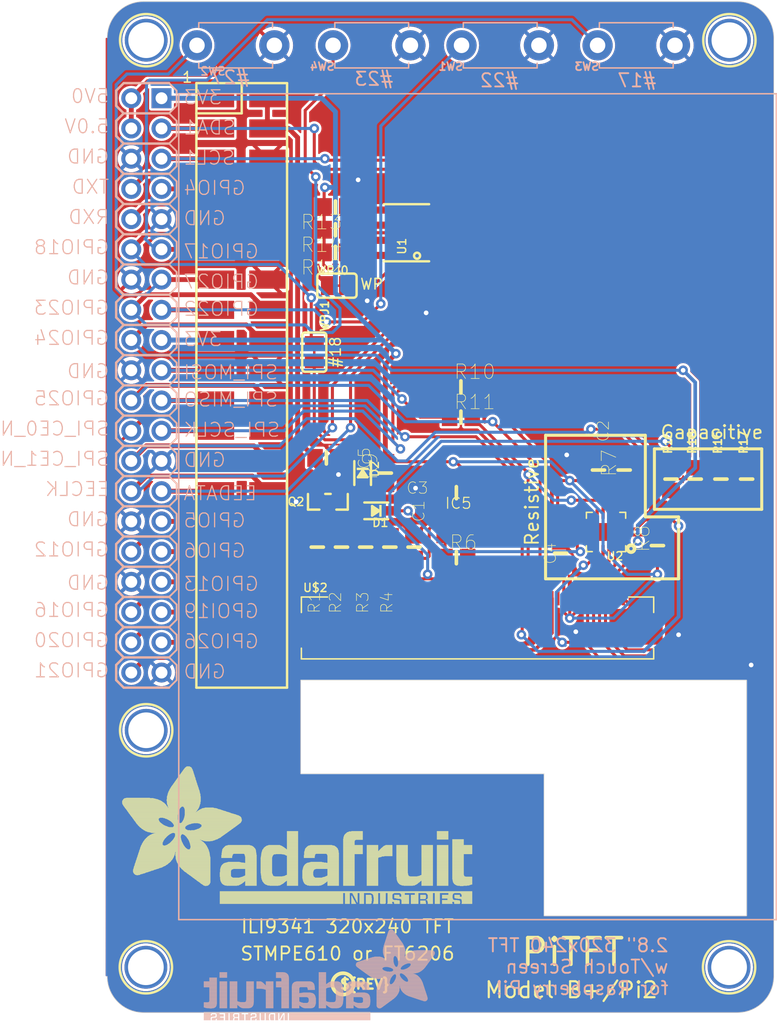
<source format=kicad_pcb>
(kicad_pcb (version 20221018) (generator pcbnew)
  (layers (0 "F.Cu" signal) (1 "In1.Cu" signal) (2 "In2.Cu" signal) (3 "In3.Cu" signal) (4 "In4.Cu" signal) (5 "In5.Cu" signal) (6 "In6.Cu" signal) (7 "In7.Cu" signal) (8 "In8.Cu" signal) (9 "In9.Cu" signal) (10 "In10.Cu" signal) (11 "In11.Cu" signal) (12 "In12.Cu" signal) (13 "In13.Cu" signal) (14 "In14.Cu" signal) (31 "B.Cu" signal) (34 "B.Paste" user) (35 "F.Paste" user) (36 "B.SilkS" user "B.Silkscreen") (37 "F.SilkS" user "F.Silkscreen") (38 "B.Mask" user) (39 "F.Mask" user) (44 "Edge.Cuts" user))
  (net 0 "")
  (net 1 "GND")
  (net 2 "N$16")
  (net 3 "+5V")
  (net 4 "MISO")
  (net 5 "N$9")
  (net 6 "N$1")
  (net 7 "N$2")
  (net 8 "N$3")
  (net 9 "N$4")
  (net 10 "N$10")
  (net 11 "MOSI_3V")
  (net 12 "TFT_DC_3V")
  (net 13 "SCLK_3V")
  (net 14 "TFT_CS_3V")
  (net 15 "TFT_RST")
  (net 16 "RT_CS_3V")
  (net 17 "RT_INT")
  (net 18 "GPIO4")
  (net 19 "GPIO17")
  (net 20 "SCLK")
  (net 21 "MOSI")
  (net 22 "GPIO23")
  (net 23 "GPIO22")
  (net 24 "GPIO21")
  (net 25 "GPIO18")
  (net 26 "EECLK")
  (net 27 "EEDATA")
  (net 28 "GPIO20")
  (net 29 "GPIO27")
  (net 30 "N$12")
  (net 31 "SDA")
  (net 32 "SCL")
  (net 33 "TXD")
  (net 34 "RXD")
  (net 35 "GPIO12")
  (net 36 "GPIO16")
  (net 37 "GPIO26")
  (net 38 "GPIO19")
  (net 39 "GPIO13")
  (net 40 "GPIO6")
  (net 41 "GPIO5")
  (net 42 "3.3V")
  (net 43 "N$5")
  (net 44 "N$6")
  (net 45 "YU_CTPRST")
  (net 46 "XL_CTPIRQ")
  (net 47 "YD_CTPSDA")
  (net 48 "XR_CTPSCL")
  (footprint "working:MOUNTINGHOLE_3.0_PLATEDTHIN" (layer "F.Cu") (at 172.7708 65.7733)
    (fp_text reference "U$15" hide)
    (fp_text value "MOUNTINGHOLE3.0THIN" hide)
  )
  (footprint "working:0805-NO" (layer "F.Cu") (at 138.1506 108.3691 -90)
    (fp_text reference "R1")
    (fp_text value "100")
  )
  (footprint "working:0805-NO" (layer "F.Cu") (at 139.6746 79.7941 180)
    (fp_text reference "R13")
    (fp_text value "3.9K")
  )
  (footprint "working:0805-NO" (layer "F.Cu") (at 169.9006 102.6541 90)
    (fp_text reference "R18")
    (fp_text value "0")
  )
  (footprint "working:SOD-323" (layer "F.Cu") (at 143.1036 105.3211 180)
    (fp_text reference "D1")
    (fp_text value "1N4148")
  )
  (footprint "working:0805-NO" (layer "F.Cu") (at 149.8346 109.2581)
    (fp_text reference "R6")
    (fp_text value "10K")
  )
  (footprint "working:SOT23" (layer "F.Cu") (at 149.9616 106.5911 -90)
    (fp_text reference "IC5")
    (fp_text value "APX803")
  )
  (footprint "working:PCBFEAT-REV-040" (layer "F.Cu") (at 140.3096 145.0721)
    (fp_text reference "U$12" hide)
    (fp_text value "" hide)
  )
  (footprint "working:0805-NO" (layer "F.Cu") (at 163.9316 101.8921 90)
    (fp_text reference "R7")
    (fp_text value "10K")
  )
  (footprint "working:0805-NO" (layer "F.Cu") (at 172.0596 102.6541 90)
    (fp_text reference "R16")
    (fp_text value "0")
  )
  (footprint "working:0805-NO" (layer "F.Cu") (at 167.8686 102.6541 90)
    (fp_text reference "R15")
    (fp_text value "0")
  )
  (footprint "working:MOUNTINGHOLE_3.0_PLATEDTHIN" (layer "F.Cu") (at 123.7742 65.7733)
    (fp_text reference "U$3" hide)
    (fp_text value "MOUNTINGHOLE3.0THIN" hide)
  )
  (footprint "working:0805-NO" (layer "F.Cu") (at 139.6746 83.6041 180)
    (fp_text reference "R12")
    (fp_text value "3.9K")
  )
  (footprint "working:FIDUCIAL_1MM" (layer "F.Cu") (at 172.0596 72.4281)
    (fp_text reference "U$18" hide)
    (fp_text value "FIDUCIAL\"\"" hide)
  )
  (footprint "working:0805-NO" (layer "F.Cu") (at 150.2156 97.4471)
    (fp_text reference "R11")
    (fp_text value "22")
  )
  (footprint "working:2X20_SMT_MALE" (layer "F.Cu") (at 131.8006 94.7801 -90)
    (fp_text reference "JP3" hide)
    (fp_text value "" hide)
  )
  (footprint "working:0805-NO" (layer "F.Cu") (at 139.6746 81.6991 180)
    (fp_text reference "R14")
    (fp_text value "3.9K")
  )
  (footprint "working:0805-NO" (layer "F.Cu") (at 140.1826 108.3691 -90)
    (fp_text reference "R2")
    (fp_text value "100")
  )
  (footprint "working:QFN16_3MM" (layer "F.Cu") (at 162.4076 107.0991 180)
    (fp_text reference "U2")
    (fp_text value "STMPE811")
  )
  (footprint "working:SOLDERJUMPER_CLOSEDWIRE" (layer "F.Cu") (at 137.8966 91.9861 -90)
    (fp_text reference "WPJ1")
    (fp_text value "")
  )
  (footprint "working:0805-NO" (layer "F.Cu") (at 149.8346 103.7971 180)
    (fp_text reference "C3")
    (fp_text value "0.1uF")
  )
  (footprint "working:0805-NO" (layer "F.Cu") (at 143.8656 102.1461 90)
    (fp_text reference "R9")
    (fp_text value "3.9K")
  )
  (footprint "working:MOUNTINGHOLE_3.0_PLATEDTHIN" (layer "F.Cu") (at 123.7488 143.6751)
    (fp_text reference "U$17" hide)
    (fp_text value "MOUNTINGHOLE3.0THIN" hide)
  )
  (footprint "working:SOIC8_150MIL" (layer "F.Cu") (at 145.6436 81.9531 90)
    (fp_text reference "U1")
    (fp_text value "CAT24C32")
  )
  (footprint "working:SOLDERJUMPER_CLOSEDWIRE" (layer "F.Cu") (at 139.8016 86.3981)
    (fp_text reference "WPJ0")
    (fp_text value "")
  )
  (footprint "working:0805-NO" (layer "F.Cu") (at 144.2466 108.3691 -90)
    (fp_text reference "R4")
    (fp_text value "100")
  )
  (footprint "working:0805-NO" (layer "F.Cu") (at 158.5976 108.8771 90)
    (fp_text reference "C4")
    (fp_text value "0.1uF")
  )
  (footprint "working:0805-NO" (layer "F.Cu") (at 166.7256 108.2421 90)
    (fp_text reference "R8")
    (fp_text value "DNP")
  )
  (footprint "working:SOD-323" (layer "F.Cu") (at 141.9606 102.1461 -90)
    (fp_text reference "D2")
    (fp_text value "1N4148")
  )
  (footprint "working:FIDUCIAL_1MM" (layer "F.Cu") (at 168.5036 144.1831 90)
    (fp_text reference "U$10" hide)
    (fp_text value "FIDUCIAL\"\"" hide)
  )
  (footprint "working:MOUNTINGHOLE_3.0_PLATEDTHIN" (layer "F.Cu") (at 123.7742 123.7615)
    (fp_text reference "U$40" hide)
    (fp_text value "MOUNTINGHOLE3.0THIN" hide)
  )
  (footprint "working:MOUNTINGHOLE_3.0_PLATEDTHIN" (layer "F.Cu") (at 172.7454 143.6751)
    (fp_text reference "U$16" hide)
    (fp_text value "MOUNTINGHOLE3.0THIN" hide)
  )
  (footprint "working:0805-NO" (layer "F.Cu") (at 142.2146 108.3691 -90)
    (fp_text reference "R3")
    (fp_text value "100")
  )
  (footprint "working:ADAFRUIT_TEXT_30MM" (layer "F.Cu") (at 121.5136 138.3411)
    (fp_text reference "U$42" hide)
    (fp_text value "" hide)
  )
  (footprint "working:0805-NO" (layer "F.Cu") (at 146.2786 108.3691 90)
    (fp_text reference "C1")
    (fp_text value "10uF")
  )
  (footprint "working:0805-NO" (layer "F.Cu") (at 174.2186 102.6541 90)
    (fp_text reference "R17")
    (fp_text value "0")
  )
  (footprint "working:0805-NO" (layer "F.Cu") (at 150.2156 94.9071)
    (fp_text reference "R10")
    (fp_text value "22")
  )
  (footprint "working:0805-NO" (layer "F.Cu") (at 161.7726 101.8921 90)
    (fp_text reference "C2")
    (fp_text value "0.1uF")
  )
  (footprint "working:0805-NO" (layer "F.Cu") (at 138.9126 100.8761)
    (fp_text reference "C5")
    (fp_text value "10uF")
  )
  (footprint "working:SOT23-WIDE" (layer "F.Cu") (at 139.0396 104.5591 180)
    (fp_text reference "Q2")
    (fp_text value "BSS138")
  )
  (footprint "working:FIDUCIAL_1MM" (layer "F.Cu") (at 131.9276 128.4351 180)
    (fp_text reference "U$11" hide)
    (fp_text value "FIDUCIAL\"\"" hide)
  )
  (footprint "working:TACT_PANA-EVQ" (layer "B.Cu") (at 131.2926 66.2051)
    (fp_text reference "SW2")
    (fp_text value "")
  )
  (footprint "working:TACT_PANA-EVQ" (layer "B.Cu") (at 142.7226 66.2051)
    (fp_text reference "SW4")
    (fp_text value "")
  )
  (footprint "working:TACT_PANA-EVQ" (layer "B.Cu") (at 164.9476 66.2051)
    (fp_text reference "SW3")
    (fp_text value "")
  )
  (footprint "working:ADAFRUIT_TEXT_20MM" (layer "B.Cu") (at 148.1836 148.1201 180)
    (fp_text reference "U$23" hide)
    (fp_text value "" hide)
  )
  (footprint "working:TFT_2.83IN_240X320_50PIN" (layer "B.Cu") (at 151.6126 102.2731 180)
    (fp_text reference "U$2")
    (fp_text value "DISP_LCD_240X320_50PIN_2.8IN")
  )
  (footprint "working:TACT_PANA-EVQ" (layer "B.Cu") (at 153.5176 66.2051)
    (fp_text reference "SW1")
    (fp_text value "")
  )
  (footprint "working:RASPBERRYPI_BPLUS_SHIELD_NODIM" (layer "B.Cu") (at 176.3776 147.4851 180)
    (fp_text reference "RPI1" hide)
    (fp_text value "RASPBERRYPI_BPLUS_SHIELD_NODIM" hide)
  )
  (gr_line (start 168.5036 105.8291) (end 165.7096 105.8291) (stroke (width 0.254)) (layer "F.SilkS"))
  (gr_line (start 165.7096 105.8291) (end 165.7096 98.9711) (stroke (width 0.254)) (layer "F.SilkS"))
  (gr_line (start 165.7096 98.9711) (end 157.3276 98.9711) (stroke (width 0.254)) (layer "F.SilkS"))
  (gr_line (start 168.5036 111.0361) (end 168.5036 105.8291) (stroke (width 0.254)) (layer "F.SilkS"))
  (gr_line (start 166.4716 105.1941) (end 175.4886 105.1941) (stroke (width 0.254)) (layer "F.SilkS"))
  (gr_line (start 166.4716 100.1141) (end 166.4716 105.1941) (stroke (width 0.254)) (layer "F.SilkS"))
  (gr_line (start 175.4886 105.1941) (end 175.4886 100.1141) (stroke (width 0.254)) (layer "F.SilkS"))
  (gr_line (start 175.4886 100.1141) (end 166.4716 100.1141) (stroke (width 0.254)) (layer "F.SilkS"))
  (gr_line (start 157.3276 111.0361) (end 168.5036 111.0361) (stroke (width 0.254)) (layer "F.SilkS"))
  (gr_line (start 157.3276 98.9711) (end 157.3276 111.0361) (stroke (width 0.254)) (layer "F.SilkS"))
  (gr_line (start 157.2006 139.3571) (end 174.2186 139.3571) (stroke (width 0.05)) (layer "Edge.Cuts"))
  (gr_line (start 173.4566 62.5221) (end 123.5456 62.5221) (stroke (width 0.05)) (layer "Edge.Cuts"))
  (gr_line (start 136.7536 127.4191) (end 157.2006 127.4191) (stroke (width 0.05)) (layer "Edge.Cuts"))
  (gr_arc (start 120.4976 65.5701) (mid 121.390339 63.414839) (end 123.5456 62.5221) (stroke (width 0.05)) (layer "Edge.Cuts"))
  (gr_line (start 174.2186 119.5451) (end 136.7536 119.5451) (stroke (width 0.05)) (layer "Edge.Cuts"))
  (gr_arc (start 176.5046 144.4371) (mid 175.611861 146.592361) (end 173.4566 147.4851) (stroke (width 0.05)) (layer "Edge.Cuts"))
  (gr_line (start 136.7536 119.5451) (end 136.7536 127.4191) (stroke (width 0.05)) (layer "Edge.Cuts"))
  (gr_arc (start 173.4566 62.5221) (mid 175.611861 63.414839) (end 176.5046 65.5701) (stroke (width 0.05)) (layer "Edge.Cuts"))
  (gr_arc (start 123.5456 147.4851) (mid 121.390339 146.592361) (end 120.4976 144.4371) (stroke (width 0.05)) (layer "Edge.Cuts"))
  (gr_line (start 157.2006 127.4191) (end 157.2006 139.3571) (stroke (width 0.05)) (layer "Edge.Cuts"))
  (gr_line (start 176.5046 144.4371) (end 176.5046 65.5701) (stroke (width 0.05)) (layer "Edge.Cuts"))
  (gr_line (start 174.2186 139.3571) (end 174.2186 119.5451) (stroke (width 0.05)) (layer "Edge.Cuts"))
  (gr_line (start 123.5456 147.4851) (end 173.4566 147.4851) (stroke (width 0.05)) (layer "Edge.Cuts"))
  (gr_text "#17" (at 164.9984 69.1515) (layer "B.SilkS") (effects (font (size 1.1176 1.1176) (thickness 0.1524)) (justify mirror)))
  (gr_text "2.8\" 320x240 TFT\nw/Touch Screen\nfor Raspberry Pi!" (at 167.7416 146.0881) (layer "B.SilkS") (effects (font (size 1.1176 1.1176) (thickness 0.1524)) (justify left bottom mirror)))
  (gr_text "#22" (at 153.4414 69.1515) (layer "B.SilkS") (effects (font (size 1.1176 1.1176) (thickness 0.1524)) (justify mirror)))
  (gr_text "#23" (at 142.9004 69.0245) (layer "B.SilkS") (effects (font (size 1.1176 1.1176) (thickness 0.1524)) (justify mirror)))
  (gr_text "#27" (at 130.8354 68.8975) (layer "B.SilkS") (effects (font (size 1.1176 1.1176) (thickness 0.1524)) (justify mirror)))
  (gr_text "PiTFT" (at 159.6136 142.4051) (layer "F.SilkS") (effects (font (size 2.2352 2.2352) (thickness 0.3048))))
  (gr_text "1" (at 127.7366 68.3641) (layer "F.SilkS") (effects (font (size 0.89408 0.89408) (thickness 0.12192)) (justify right top)))
  (gr_text "Capacitive" (at 171.2976 98.7171) (layer "F.SilkS") (effects (font (size 1.1176 1.1176) (thickness 0.1524))))
  (gr_text "#18" (at 139.6746 91.9861 90) (layer "F.SilkS") (effects (font (size 0.89408 0.89408) (thickness 0.12192))))
  (gr_text "ILI9341 320x240 TFT" (at 140.6906 140.2461) (layer "F.SilkS") (effects (font (size 1.1176 1.1176) (thickness 0.1524))))
  (gr_text "STMPE610 or FT6206" (at 140.6906 142.5321) (layer "F.SilkS") (effects (font (size 1.1176 1.1176) (thickness 0.1524))))
  (gr_text "WP" (at 142.7226 86.2711) (layer "F.SilkS") (effects (font (size 0.89408 0.89408) (thickness 0.12192))))
  (gr_text "Resistive" (at 156.1846 104.5591 90) (layer "F.SilkS") (effects (font (size 1.1176 1.1176) (thickness 0.1524))))
  (gr_text "Model B+/Pi2" (at 159.4866 145.5801) (layer "F.SilkS") (effects (font (size 1.34112 1.34112) (thickness 0.18288))))
  (segment (start 157.8356 106.2101) (end 158.4706 106.8451) (width 0.254) (layer "F.Cu") (net 1))
  (segment (start 157.8356 102.0191) (end 157.8356 106.2101) (width 0.254) (layer "F.Cu") (net 1))
  (segment (start 158.9126 100.9421) (end 157.8356 102.0191) (width 0.254) (layer "F.Cu") (net 1))
  (segment (start 158.4706 106.8451) (end 160.9036 106.8451) (width 0.254) (layer "F.Cu") (net 1))
  (segment (start 160.9036 106.8451) (end 160.9076 106.8491) (width 0.254) (layer "F.Cu") (net 1))
  (segment (start 158.4706 107.9271) (end 158.4706 106.8451) (width 0.254) (layer "F.Cu") (net 1))
  (segment (start 158.5976 107.9271) (end 158.4706 107.9271) (width 0.254) (layer "F.Cu") (net 1))
  (segment (start 161.7726 100.9421) (end 158.9126 100.9421) (width 0.254) (layer "F.Cu") (net 1))
  (segment (start 148.2436 84.3061) (end 148.2436 83.8581) (width 0.254) (layer "F.Cu") (net 1))
  (via (at 142.3416 87.6681) (size 0.8001) (drill 0.3937) (layers "F.Cu" "B.Cu") (net 1))
  (via (at 147.2946 88.6841) (size 0.8001) (drill 0.3937) (layers "F.Cu" "B.Cu") (net 1))
  (via (at 136.3726 104.5591) (size 0.8001) (drill 0.3937) (layers "F.Cu" "B.Cu") (net 1))
  (via (at 174.5996 118.2751) (size 0.8001) (drill 0.3937) (layers "F.Cu" "B.Cu") (net 1))
  (via (at 159.1056 100.6221) (size 0.8001) (drill 0.3937) (layers "F.Cu" "B.Cu") (net 1))
  (via (at 141.5796 77.5081) (size 0.8001) (drill 0.3937) (layers "F.Cu" "B.Cu") (net 1))
  (via (at 168.5036 115.7351) (size 0.8001) (drill 0.3937) (layers "F.Cu" "B.Cu") (net 1))
  (via (at 146.4056 103.4161) (size 0.8001) (drill 0.3937) (layers "F.Cu" "B.Cu") (net 1))
  (via (at 139.9286 102.2731) (size 0.8001) (drill 0.3937) (layers "F.Cu" "B.Cu") (net 1))
  (via (at 159.8676 115.4811) (size 0.8001) (drill 0.3937) (layers "F.Cu" "B.Cu") (net 1))
  (segment (start 147.2946 88.6841) (end 147.2946 88.8111) (width 0.3048) (layer "B.Cu") (net 1))
  (segment (start 147.2946 88.8111) (end 147.3581 88.8746) (width 0.3048) (layer "B.Cu") (net 1))
  (segment (start 147.0406 88.5571) (end 147.2946 88.8111) (width 0.3048) (layer "B.Cu") (net 1))
  (segment (start 139.9896 103.5591) (end 140.1326 103.4161) (width 0.254) (layer "F.Cu") (net 2))
  (segment (start 143.8656 103.0961) (end 142.0266 104.9351) (width 0.254) (layer "F.Cu") (net 2))
  (segment (start 141.9606 105.3211) (end 141.9606 103.4161) (width 0.254) (layer "F.Cu") (net 2))
  (segment (start 141.8336 104.9351) (end 141.8336 105.3211) (width 0.254) (layer "F.Cu") (net 2))
  (segment (start 140.1326 103.4161) (end 141.9606 103.4161) (width 0.254) (layer "F.Cu") (net 2))
  (segment (start 142.0266 104.9351) (end 141.8336 104.9351) (width 0.254) (layer "F.Cu") (net 2))
  (segment (start 141.8336 105.3211) (end 141.9606 105.3211) (width 0.254) (layer "F.Cu") (net 2))
  (segment (start 140.1826 107.4191) (end 142.2146 107.4191) (width 0.254) (layer "F.Cu") (net 3))
  (segment (start 136.4996 73.9521) (end 136.4996 99.4131) (width 0.4064) (layer "F.Cu") (net 3))
  (segment (start 142.2146 107.4191) (end 144.2466 107.4191) (width 0.254) (layer "F.Cu") (net 3))
  (segment (start 135.7376 73.1901) (end 136.4996 73.9521) (width 0.4064) (layer "F.Cu") (net 3))
  (segment (start 140.4366 107.1651) (end 140.1826 107.4191) (width 0.254) (layer "F.Cu") (net 3))
  (segment (start 137.9626 101.5771) (end 139.0396 102.6541) (width 0.254) (layer "F.Cu") (net 3))
  (segment (start 132.1816 69.2531) (end 133.5786 70.6501) (width 0.4064) (layer "F.Cu") (net 3))
  (segment (start 133.9596 73.1901) (end 135.7376 73.1901) (width 0.4064) (layer "F.Cu") (net 3))
  (segment (start 123.9196 69.2531) (end 132.1816 69.2531) (width 0.4064) (layer "F.Cu") (net 3))
  (segment (start 139.0396 104.3051) (end 139.2936 104.5591) (width 0.254) (layer "F.Cu") (net 3))
  (segment (start 139.2936 104.5591) (end 140.1826 104.5591) (width 0.254) (layer "F.Cu") (net 3))
  (segment (start 138.1506 107.4191) (end 140.1826 107.4191) (width 0.254) (layer "F.Cu") (net 3))
  (segment (start 139.0396 102.6541) (end 139.0396 104.3051) (width 0.254) (layer "F.Cu") (net 3))
  (segment (start 122.5226 70.6501) (end 122.5226 73.1901) (width 0.4064) (layer "F.Cu") (net 3))
  (segment (start 136.4996 99.4131) (end 137.9626 100.8761) (width 0.4064) (layer "F.Cu") (net 3))
  (segment (start 133.5786 70.6501) (end 133.9596 70.6501) (width 0.4064) (layer "F.Cu") (net 3))
  (segment (start 122.5226 70.6501) (end 123.9196 69.2531) (width 0.4064) (layer "F.Cu") (net 3))
  (segment (start 140.4366 104.8131) (end 140.4366 107.1651) (width 0.254) (layer "F.Cu") (net 3))
  (segment (start 133.9596 70.6501) (end 133.9596 73.1901) (width 0.4064) (layer "F.Cu") (net 3))
  (segment (start 137.9626 100.8761) (end 137.9626 101.5771) (width 0.254) (layer "F.Cu") (net 3))
  (segment (start 140.1826 104.5591) (end 140.4366 104.8131) (width 0.254) (layer "F.Cu") (net 3))
  (segment (start 125.0626 96.0501) (end 129.6416 96.0501) (width 0.4064) (layer "F.Cu") (net 4))
  (segment (start 151.4856 99.0981) (end 145.5166 99.0981) (width 0.254) (layer "F.Cu") (net 4))
  (segment (start 164.9436 106.8491) (end 165.7096 106.0831) (width 0.254) (layer "F.Cu") (net 4))
  (segment (start 155.3626 112.6631) (end 155.3626 102.9751) (width 0.254) (layer "F.Cu") (net 4))
  (segment (start 167.9956 106.0831) (end 168.5036 106.5911) (width 0.254) (layer "F.Cu") (net 4))
  (segment (start 155.3626 102.9751) (end 151.4856 99.0981) (width 0.254) (layer "F.Cu") (net 4))
  (segment (start 163.9076 106.8491) (end 164.9436 106.8491) (width 0.254) (layer "F.Cu") (net 4))
  (segment (start 155.3626 115.6681) (end 155.3626 112.6631) (width 0.254) (layer "F.Cu") (net 4))
  (segment (start 155.2956 115.7351) (end 155.3626 115.6681) (width 0.254) (layer "F.Cu") (net 4))
  (segment (start 165.7096 106.0831) (end 167.9956 106.0831) (width 0.254) (layer "F.Cu") (net 4))
  (via (at 168.5036 106.5911) (size 0.8001) (drill 0.3937) (layers "F.Cu" "B.Cu") (net 4))
  (via (at 155.2956 115.7351) (size 0.8001) (drill 0.3937) (layers "F.Cu" "B.Cu") (net 4))
  (via (at 145.5166 99.0981) (size 0.8001) (drill 0.3937) (layers "F.Cu" "B.Cu") (net 4))
  (segment (start 145.3896 99.0981) (end 145.5166 99.0981) (width 0.254) (layer "B.Cu") (net 4))
  (segment (start 156.6926 117.1321) (end 155.2956 115.7351) (width 0.254) (layer "B.Cu") (net 4))
  (segment (start 168.5036 114.2111) (end 168.5036 106.5911) (width 0.3048) (layer "B.Cu") (net 4))
  (segment (start 165.5826 117.1321) (end 156.6926 117.1321) (width 0.254) (layer "B.Cu") (net 4))
  (segment (start 142.3416 96.0501) (end 145.3896 99.0981) (width 0.254) (layer "B.Cu") (net 4))
  (segment (start 165.5826 117.1321) (end 168.5036 114.2111) (width 0.3048) (layer "B.Cu") (net 4))
  (segment (start 142.3416 96.0501) (end 125.0626 96.0501) (width 0.254) (layer "B.Cu") (net 4))
  (segment (start 150.3626 114.2111) (end 150.8626 114.2111) (width 0.254) (layer "F.Cu") (net 5))
  (segment (start 154.3626 112.6631) (end 154.3626 114.2111) (width 0.254) (layer "F.Cu") (net 5))
  (segment (start 152.8626 112.6631) (end 152.8626 114.2111) (width 0.254) (layer "F.Cu") (net 5))
  (segment (start 151.8626 112.6631) (end 151.8626 114.2111) (width 0.254) (layer "F.Cu") (net 5))
  (segment (start 154.8626 112.6631) (end 154.8626 114.2111) (width 0.254) (layer "F.Cu") (net 5))
  (segment (start 146.3626 114.2111) (end 146.8626 114.2111) (width 0.254) (layer "F.Cu") (net 5))
  (segment (start 150.8626 114.2111) (end 151.3626 114.2111) (width 0.254) (layer "F.Cu") (net 5))
  (segment (start 148.8626 112.6631) (end 148.8626 114.2111) (width 0.254) (layer "F.Cu") (net 5))
  (segment (start 153.8626 114.2111) (end 154.3626 114.2111) (width 0.254) (layer "F.Cu") (net 5))
  (segment (start 152.8626 114.2111) (end 153.3626 114.2111) (width 0.254) (layer "F.Cu") (net 5))
  (segment (start 153.8626 112.6631) (end 153.8626 114.2111) (width 0.254) (layer "F.Cu") (net 5))
  (segment (start 154.3626 114.2111) (end 154.8626 114.2111) (width 0.254) (layer "F.Cu") (net 5))
  (segment (start 152.3626 114.2111) (end 152.8626 114.2111) (width 0.254) (layer "F.Cu") (net 5))
  (segment (start 146.8626 114.2111) (end 147.3626 114.2111) (width 0.254) (layer "F.Cu") (net 5))
  (segment (start 149.8626 112.6631) (end 149.8626 114.2111) (width 0.254) (layer "F.Cu") (net 5))
  (segment (start 149.3626 114.2111) (end 149.8626 114.2111) (width 0.254) (layer "F.Cu") (net 5))
  (segment (start 148.8626 114.2111) (end 149.3626 114.2111) (width 0.254) (layer "F.Cu") (net 5))
  (segment (start 150.3626 112.6631) (end 150.3626 114.2111) (width 0.254) (layer "F.Cu") (net 5))
  (segment (start 146.8626 112.6631) (end 146.8626 114.2111) (width 0.254) (layer "F.Cu") (net 5))
  (segment (start 147.3626 112.6631) (end 147.3626 114.2111) (width 0.254) (layer "F.Cu") (net 5))
  (segment (start 147.8626 114.2111) (end 148.3626 114.2111) (width 0.254) (layer "F.Cu") (net 5))
  (segment (start 146.3626 112.6631) (end 146.3626 114.2111) (width 0.254) (layer "F.Cu") (net 5))
  (segment (start 149.3626 112.6631) (end 149.3626 114.2111) (width 0.254) (layer "F.Cu") (net 5))
  (segment (start 151.3626 112.6631) (end 151.3626 114.2111) (width 0.254) (layer "F.Cu") (net 5))
  (segment (start 149.8626 114.2111) (end 150.3626 114.2111) (width 0.254) (layer "F.Cu") (net 5))
  (segment (start 152.3626 112.6631) (end 152.3626 114.2111) (width 0.254) (layer "F.Cu") (net 5))
  (segment (start 148.3626 112.6631) (end 148.3626 114.2111) (width 0.254) (layer "F.Cu") (net 5))
  (segment (start 151.8626 114.2111) (end 151.3626 114.2111) (width 0.254) (layer "F.Cu") (net 5))
  (segment (start 150.8626 112.6631) (end 150.8626 114.2111) (width 0.254) (layer "F.Cu") (net 5))
  (segment (start 153.3626 112.6631) (end 153.3626 114.2111) (width 0.254) (layer "F.Cu") (net 5))
  (segment (start 151.8626 114.2111) (end 152.3626 114.2111) (width 0.254) (layer "F.Cu") (net 5))
  (segment (start 148.3626 114.2111) (end 148.8626 114.2111) (width 0.254) (layer "F.Cu") (net 5))
  (segment (start 147.8626 112.6631) (end 147.8626 114.2111) (width 0.254) (layer "F.Cu") (net 5))
  (segment (start 153.3626 114.2111) (end 153.8626 114.2111) (width 0.254) (layer "F.Cu") (net 5))
  (segment (start 147.3626 114.2111) (end 147.8626 114.2111) (width 0.254) (layer "F.Cu") (net 5))
  (segment (start 138.1506 112.1791) (end 139.2416 112.1791) (width 0.254) (layer "F.Cu") (net 6))
  (segment (start 139.2416 112.1791) (end 139.3626 112.6631) (width 0.254) (layer "F.Cu") (net 6))
  (segment (start 139.0396 105.5591) (end 138.9921 105.5116) (width 0.254) (layer "F.Cu") (net 6))
  (segment (start 136.6266 110.6551) (end 138.1506 112.1791) (width 0.254) (layer "F.Cu") (net 6))
  (segment (start 137.5791 105.5116) (end 136.6266 106.4641) (width 0.254) (layer "F.Cu") (net 6))
  (segment (start 136.6266 106.4641) (end 136.6266 110.6551) (width 0.254) (layer "F.Cu") (net 6))
  (segment (start 138.9921 105.5116) (end 137.5791 105.5116) (width 0.254) (layer "F.Cu") (net 6))
  (segment (start 138.9126 111.0361) (end 138.1506 110.2741) (width 0.254) (layer "F.Cu") (net 7))
  (segment (start 139.8626 111.3511) (end 139.5476 111.0361) (width 0.254) (layer "F.Cu") (net 7))
  (segment (start 138.1506 110.2741) (end 138.1506 109.3191) (width 0.254) (layer "F.Cu") (net 7))
  (segment (start 139.5476 111.0361) (end 138.9126 111.0361) (width 0.254) (layer "F.Cu") (net 7))
  (segment (start 139.8626 112.6631) (end 139.8626 111.3511) (width 0.254) (layer "F.Cu") (net 7))
  (segment (start 140.3626 112.6631) (end 140.3626 109.4991) (width 0.254) (layer "F.Cu") (net 8))
  (segment (start 140.3626 109.4991) (end 140.1826 109.3191) (width 0.254) (layer "F.Cu") (net 8))
  (segment (start 140.8626 112.6631) (end 140.8626 110.8641) (width 0.254) (layer "F.Cu") (net 9))
  (segment (start 140.8626 110.8641) (end 142.2146 109.5121) (width 0.254) (layer "F.Cu") (net 9))
  (segment (start 142.2146 109.5121) (end 142.2146 109.3191) (width 0.254) (layer "F.Cu") (net 9))
  (segment (start 144.2466 109.3851) (end 144.2466 109.3191) (width 0.254) (layer "F.Cu") (net 10))
  (segment (start 141.3626 112.6631) (end 141.3626 111.2531) (width 0.254) (layer "F.Cu") (net 10))
  (segment (start 141.9606 110.6551) (end 142.9766 110.6551) (width 0.254) (layer "F.Cu") (net 10))
  (segment (start 141.3626 111.2531) (end 141.9606 110.6551) (width 0.254) (layer "F.Cu") (net 10))
  (segment (start 142.9766 110.6551) (end 144.2466 109.3851) (width 0.254) (layer "F.Cu") (net 10))
  (segment (start 149.2656 97.4471) (end 146.7866 97.4471) (width 0.254) (layer "F.Cu") (net 11))
  (segment (start 125.0626 93.5101) (end 129.6416 93.5101) (width 0.4064) (layer "F.Cu") (net 11))
  (segment (start 146.7866 97.4471) (end 145.2626 95.9231) (width 0.254) (layer "F.Cu") (net 11))
  (via (at 145.2626 95.9231) (size 0.8001) (drill 0.3937) (layers "F.Cu" "B.Cu") (net 11))
  (segment (start 145.2626 95.9231) (end 142.8496 93.5101) (width 0.254) (layer "B.Cu") (net 11))
  (segment (start 142.8496 93.5101) (end 125.0626 93.5101) (width 0.254) (layer "B.Cu") (net 11))
  (segment (start 122.5226 96.0501) (end 123.7926 94.7801) (width 0.4064) (layer "F.Cu") (net 12))
  (segment (start 156.8626 112.6631) (end 156.8626 101.8081) (width 0.254) (layer "F.Cu") (net 12))
  (segment (start 156.8626 101.8081) (end 152.8826 97.8281) (width 0.254) (layer "F.Cu") (net 12))
  (segment (start 133.9596 95.9231) (end 133.9596 96.0501) (width 0.4064) (layer "F.Cu") (net 12))
  (segment (start 123.7926 94.7801) (end 132.8166 94.7801) (width 0.4064) (layer "F.Cu") (net 12))
  (segment (start 132.8166 94.7801) (end 133.9596 95.9231) (width 0.4064) (layer "F.Cu") (net 12))
  (via (at 152.8826 97.8281) (size 0.8001) (drill 0.3937) (layers "F.Cu" "B.Cu") (net 12))
  (segment (start 142.4686 94.7801) (end 123.9266 94.7801) (width 0.254) (layer "B.Cu") (net 12))
  (segment (start 145.5166 97.8281) (end 142.4686 94.7801) (width 0.254) (layer "B.Cu") (net 12))
  (segment (start 122.6566 96.0501) (end 122.5226 96.0501) (width 0.254) (layer "B.Cu") (net 12))
  (segment (start 123.9266 94.7801) (end 122.6566 96.0501) (width 0.254) (layer "B.Cu") (net 12))
  (segment (start 152.8826 97.8281) (end 145.5166 97.8281) (width 0.254) (layer "B.Cu") (net 12))
  (segment (start 149.1386 94.7801) (end 149.2656 94.9071) (width 0.254) (layer "F.Cu") (net 13))
  (segment (start 144.5006 99.4791) (end 144.5006 95.0341) (width 0.254) (layer "F.Cu") (net 13))
  (segment (start 129.6416 98.5901) (end 125.0626 98.5901) (width 0.4064) (layer "F.Cu") (net 13))
  (segment (start 144.5006 95.0341) (end 144.7546 94.7801) (width 0.254) (layer "F.Cu") (net 13))
  (segment (start 145.1356 100.1141) (end 144.5006 99.4791) (width 0.254) (layer "F.Cu") (net 13))
  (segment (start 144.7546 94.7801) (end 149.1386 94.7801) (width 0.254) (layer "F.Cu") (net 13))
  (via (at 145.1356 100.1141) (size 0.8001) (drill 0.3937) (layers "F.Cu" "B.Cu") (net 13))
  (segment (start 141.9606 96.9391) (end 145.1356 100.1141) (width 0.254) (layer "B.Cu") (net 13))
  (segment (start 137.0076 96.9391) (end 135.3566 98.5901) (width 0.254) (layer "B.Cu") (net 13))
  (segment (start 141.9606 96.9391) (end 137.0076 96.9391) (width 0.254) (layer "B.Cu") (net 13))
  (segment (start 135.3566 98.5901) (end 125.0626 98.5901) (width 0.254) (layer "B.Cu") (net 13))
  (segment (start 137.0076 117.0051) (end 136.2456 117.7671) (width 0.3048) (layer "F.Cu") (net 14))
  (segment (start 121.1326 99.9801) (end 122.5226 98.5901) (width 0.254) (layer "F.Cu") (net 14))
  (segment (start 157.8626 112.6631) (end 157.8626 115.5811) (width 0.3048) (layer "F.Cu") (net 14))
  (segment (start 121.1326 119.6721) (end 121.1326 99.9801) (width 0.254) (layer "F.Cu") (net 14))
  (segment (start 135.3566 120.6881) (end 122.1486 120.6881) (width 0.254) (layer "F.Cu") (net 14))
  (segment (start 122.5226 98.5901) (end 123.7926 97.3201) (width 0.4064) (layer "F.Cu") (net 14))
  (segment (start 136.2456 119.7991) (end 135.3566 120.6881) (width 0.3048) (layer "F.Cu") (net 14))
  (segment (start 123.7926 97.3201) (end 132.6896 97.3201) (width 0.4064) (layer "F.Cu") (net 14))
  (segment (start 136.2456 117.7671) (end 136.2456 119.7991) (width 0.3048) (layer "F.Cu") (net 14))
  (segment (start 132.6896 97.3201) (end 133.9596 98.5901) (width 0.4064) (layer "F.Cu") (net 14))
  (segment (start 157.8626 115.5811) (end 156.4386 117.0051) (width 0.3048) (layer "F.Cu") (net 14))
  (segment (start 156.4386 117.0051) (end 137.0076 117.0051) (width 0.3048) (layer "F.Cu") (net 14))
  (segment (start 122.1486 120.6881) (end 121.1326 119.6721) (width 0.254) (layer "F.Cu") (net 14))
  (segment (start 148.8186 110.4011) (end 148.8186 109.3241) (width 0.254) (layer "F.Cu") (net 15))
  (segment (start 144.2466 111.0361) (end 147.4216 111.0361) (width 0.254) (layer "F.Cu") (net 15))
  (segment (start 148.1836 111.0361) (end 148.8186 110.4011) (width 0.254) (layer "F.Cu") (net 15))
  (segment (start 143.8626 111.4201) (end 144.2466 111.0361) (width 0.254) (layer "F.Cu") (net 15))
  (segment (start 147.4216 111.0361) (end 148.1836 111.0361) (width 0.254) (layer "F.Cu") (net 15))
  (segment (start 143.8626 112.6631) (end 143.8626 111.4201) (width 0.254) (layer "F.Cu") (net 15))
  (segment (start 148.8616 107.5411) (end 148.8846 107.5641) (width 0.254) (layer "F.Cu") (net 15))
  (segment (start 147.4216 111.0361) (end 147.4216 110.6551) (width 0.254) (layer "F.Cu") (net 15))
  (segment (start 148.8846 107.5641) (end 148.8846 109.2581) (width 0.254) (layer "F.Cu") (net 15))
  (segment (start 148.8186 109.3241) (end 148.8846 109.2581) (width 0.254) (layer "F.Cu") (net 15))
  (segment (start 167.3606 99.4791) (end 167.8686 99.9871) (width 0.254) (layer "F.Cu") (net 15))
  (segment (start 167.8686 99.9871) (end 167.8686 101.7041) (width 0.254) (layer "F.Cu") (net 15))
  (via (at 147.4216 110.6551) (size 0.8001) (drill 0.3937) (layers "F.Cu" "B.Cu") (net 15))
  (via (at 167.3606 99.4791) (size 0.8001) (drill 0.3937) (layers "F.Cu" "B.Cu") (net 15))
  (segment (start 147.4216 109.0041) (end 147.4216 110.6551) (width 0.254) (layer "B.Cu") (net 15))
  (segment (start 144.2466 103.7971) (end 144.2466 105.8291) (width 0.254) (layer "B.Cu") (net 15))
  (segment (start 144.2466 105.8291) (end 147.4216 109.0041) (width 0.254) (layer "B.Cu") (net 15))
  (segment (start 148.5646 99.4791) (end 167.3606 99.4791) (width 0.254) (layer "B.Cu") (net 15))
  (segment (start 148.5646 99.4791) (end 144.2466 103.7971) (width 0.254) (layer "B.Cu") (net 15))
  (segment (start 164.3786 102.8421) (end 163.9316 102.8421) (width 0.254) (layer "F.Cu") (net 16))
  (segment (start 123.7926 99.8601) (end 132.8166 99.8601) (width 0.4064) (layer "F.Cu") (net 16))
  (segment (start 163.1576 103.6161) (end 163.9316 102.8421) (width 0.254) (layer "F.Cu") (net 16))
  (segment (start 133.9596 101.0031) (end 133.9596 101.1301) (width 0.4064) (layer "F.Cu") (net 16))
  (segment (start 165.0746 99.9871) (end 165.0746 102.1461) (width 0.254) (layer "F.Cu") (net 16))
  (segment (start 165.0746 102.1461) (end 164.3786 102.8421) (width 0.254) (layer "F.Cu") (net 16))
  (segment (start 132.8166 99.8601) (end 133.9596 101.0031) (width 0.4064) (layer "F.Cu") (net 16))
  (segment (start 163.1576 105.5991) (end 163.1576 103.6161) (width 0.254) (layer "F.Cu") (net 16))
  (segment (start 163.5506 98.4631) (end 165.0746 99.9871) (width 0.254) (layer "F.Cu") (net 16))
  (segment (start 122.5226 101.1301) (end 123.7926 99.8601) (width 0.4064) (layer "F.Cu") (net 16))
  (segment (start 161.1376 98.4631) (end 163.5506 98.4631) (width 0.254) (layer "F.Cu") (net 16))
  (via (at 161.1376 98.4631) (size 0.8001) (drill 0.3937) (layers "F.Cu" "B.Cu") (net 16))
  (segment (start 160.8836 98.7171) (end 161.1376 98.4631) (width 0.254) (layer "B.Cu") (net 16))
  (segment (start 137.2616 97.5741) (end 141.3256 97.5741) (width 0.254) (layer "B.Cu") (net 16))
  (segment (start 141.3256 97.5741) (end 144.8816 101.1301) (width 0.254) (layer "B.Cu") (net 16))
  (segment (start 148.0566 98.7171) (end 160.8836 98.7171) (width 0.254) (layer "B.Cu") (net 16))
  (segment (start 134.9756 99.8601) (end 137.2616 97.5741) (width 0.254) (layer "B.Cu") (net 16))
  (segment (start 145.6436 101.1301) (end 148.0566 98.7171) (width 0.254) (layer "B.Cu") (net 16))
  (segment (start 144.8816 101.1301) (end 145.6436 101.1301) (width 0.254) (layer "B.Cu") (net 16))
  (segment (start 123.7926 99.8601) (end 134.9756 99.8601) (width 0.254) (layer "B.Cu") (net 16))
  (segment (start 122.5226 101.1301) (end 123.7926 99.8601) (width 0.254) (layer "B.Cu") (net 16))
  (segment (start 163.9076 107.3491) (end 164.933187 107.3491) (width 0.254) (layer "F.Cu") (net 17))
  (segment (start 169.9006 94.5261) (end 168.8846 93.5101) (width 0.254) (layer "F.Cu") (net 17))
  (segment (start 169.9006 101.7041) (end 169.9006 94.5261) (width 0.254) (layer "F.Cu") (net 17))
  (segment (start 122.5226 90.9701) (end 123.7926 89.7001) (width 0.4064) (layer "F.Cu") (net 17))
  (segment (start 164.933187 107.3491) (end 166.7256 107.3491) (width 0.254) (layer "F.Cu") (net 17))
  (segment (start 132.1816 89.7001) (end 133.4516 90.9701) (width 0.4064) (layer "F.Cu") (net 17))
  (segment (start 165.0746 107.3491) (end 165.0746 107.8611) (width 0.3048) (layer "F.Cu") (net 17))
  (segment (start 166.7256 107.3491) (end 166.7256 107.2921) (width 0.254) (layer "F.Cu") (net 17))
  (segment (start 133.4516 90.9701) (end 133.9596 90.9701) (width 0.4064) (layer "F.Cu") (net 17))
  (segment (start 123.7926 89.7001) (end 132.1816 89.7001) (width 0.4064) (layer "F.Cu") (net 17))
  (segment (start 164.933187 107.3491) (end 165.0746 107.3491) (width 0.3048) (layer "F.Cu") (net 17))
  (via (at 165.0746 107.8611) (size 0.8001) (drill 0.3937) (layers "F.Cu" "B.Cu") (net 17))
  (via (at 168.8846 93.5101) (size 0.8001) (drill 0.3937) (layers "F.Cu" "B.Cu") (net 17))
  (segment (start 169.9006 101.7041) (end 169.9006 94.5261) (width 0.3048) (layer "B.Cu") (net 17))
  (segment (start 165.0746 107.8611) (end 165.0746 106.5301) (width 0.3048) (layer "B.Cu") (net 17))
  (segment (start 123.7926 92.2401) (end 143.1036 92.2401) (width 0.254) (layer "B.Cu") (net 17))
  (segment (start 165.0746 106.5301) (end 169.9006 101.7041) (width 0.3048) (layer "B.Cu") (net 17))
  (segment (start 143.1036 92.2401) (end 144.3736 93.5101) (width 0.254) (layer "B.Cu") (net 17))
  (segment (start 168.8846 93.5101) (end 144.3736 93.5101) (width 0.254) (layer "B.Cu") (net 17))
  (segment (start 169.9006 94.5261) (end 168.8846 93.5101) (width 0.3048) (layer "B.Cu") (net 17))
  (segment (start 122.5226 90.9701) (end 123.7926 92.2401) (width 0.254) (layer "B.Cu") (net 17))
  (segment (start 125.0626 78.2701) (end 129.6416 78.2701) (width 0.4064) (layer "F.Cu") (net 18))
  (segment (start 125.0626 83.3501) (end 129.6416 83.3501) (width 0.4064) (layer "F.Cu") (net 19))
  (segment (start 124.0536 69.1261) (end 128.8796 69.1261) (width 0.254) (layer "B.Cu") (net 19))
  (segment (start 123.6726 82.4611) (end 123.7996 82.3341) (width 0.254) (layer "B.Cu") (net 19))
  (segment (start 123.7996 69.3801) (end 124.0536 69.1261) (width 0.254) (layer "B.Cu") (net 19))
  (segment (start 161.6976 66.2051) (end 159.5386 64.0461) (width 0.254) (layer "B.Cu") (net 19))
  (segment (start 125.0626 83.3501) (end 124.5616 83.3501) (width 0.254) (layer "B.Cu") (net 19))
  (segment (start 128.8796 69.1261) (end 133.9596 64.0461) (width 0.254) (layer "B.Cu") (net 19))
  (segment (start 159.5386 64.0461) (end 133.9596 64.0461) (width 0.254) (layer "B.Cu") (net 19))
  (segment (start 123.7996 82.3341) (end 123.7996 69.3801) (width 0.254) (layer "B.Cu") (net 19))
  (segment (start 124.5616 83.3501) (end 123.6726 82.4611) (width 0.254) (layer "B.Cu") (net 19))
  (segment (start 163.4566 97.6071) (end 153.8656 97.6071) (width 0.254) (layer "F.Cu") (net 20))
  (segment (start 164.4276 106.3491) (end 165.7096 105.0671) (width 0.254) (layer "F.Cu") (net 20))
  (segment (start 151.1656 94.9071) (end 153.8656 97.6071) (width 0.254) (layer "F.Cu") (net 20))
  (segment (start 157.3626 101.1041) (end 157.3626 112.6631) (width 0.254) (layer "F.Cu") (net 20))
  (segment (start 153.8656 97.6071) (end 155.2626 99.0041) (width 0.254) (layer "F.Cu") (net 20))
  (segment (start 163.9076 106.3491) (end 164.4276 106.3491) (width 0.254) (layer "F.Cu") (net 20))
  (segment (start 155.2626 99.0041) (end 157.3626 101.1041) (width 0.254) (layer "F.Cu") (net 20))
  (segment (start 165.7096 105.0671) (end 165.7096 99.8601) (width 0.254) (layer "F.Cu") (net 20))
  (segment (start 165.7096 99.8601) (end 163.4566 97.6071) (width 0.254) (layer "F.Cu") (net 20))
  (segment (start 155.2956 98.9711) (end 155.2626 99.0041) (width 0.254) (layer "F.Cu") (net 20))
  (segment (start 155.8626 102.1441) (end 155.8626 102.2731) (width 0.254) (layer "F.Cu") (net 21))
  (segment (start 151.1656 97.4471) (end 155.8626 102.1441) (width 0.254) (layer "F.Cu") (net 21))
  (segment (start 161.8996 104.4321) (end 159.4866 104.4321) (width 0.254) (layer "F.Cu") (net 21))
  (segment (start 162.1576 105.5991) (end 162.1576 104.6901) (width 0.254) (layer "F.Cu") (net 21))
  (segment (start 155.8626 102.2731) (end 155.8626 112.6631) (width 0.254) (layer "F.Cu") (net 21))
  (segment (start 162.1576 104.6901) (end 161.8996 104.4321) (width 0.254) (layer "F.Cu") (net 21))
  (via (at 159.4866 104.4321) (size 0.8001) (drill 0.3937) (layers "F.Cu" "B.Cu") (net 21))
  (via (at 155.8626 102.2731) (size 0.8001) (drill 0.3937) (layers "F.Cu" "B.Cu") (net 21))
  (segment (start 158.0216 104.4321) (end 155.8626 102.2731) (width 0.254) (layer "B.Cu") (net 21))
  (segment (start 159.4866 104.4321) (end 158.0216 104.4321) (width 0.254) (layer "B.Cu") (net 21))
  (segment (start 123.7926 87.1601) (end 132.5626 87.1601) (width 0.4064) (layer "F.Cu") (net 22))
  (segment (start 139.4726 69.3281) (end 139.4726 66.2051) (width 0.254) (layer "F.Cu") (net 22))
  (segment (start 132.5626 87.1601) (end 133.8326 88.4301) (width 0.4064) (layer "F.Cu") (net 22))
  (segment (start 137.1346 76.3651) (end 137.1346 71.6661) (width 0.254) (layer "F.Cu") (net 22))
  (segment (start 138.0236 77.2541) (end 137.1346 76.3651) (width 0.254) (layer "F.Cu") (net 22))
  (segment (start 133.8326 88.4301) (end 133.9596 88.4301) (width 0.4064) (layer "F.Cu") (net 22))
  (segment (start 137.1346 71.6661) (end 139.4726 69.3281) (width 0.254) (layer "F.Cu") (net 22))
  (segment (start 122.5226 88.4301) (end 123.7926 87.1601) (width 0.4064) (layer "F.Cu") (net 22))
  (via (at 138.0236 77.2541) (size 0.8001) (drill 0.3937) (layers "F.Cu" "B.Cu") (net 22))
  (segment (start 137.1346 89.7001) (end 137.7696 90.3351) (width 0.254) (layer "B.Cu") (net 22))
  (segment (start 139.4206 90.3351) (end 140.0556 89.7001) (width 0.254) (layer "B.Cu") (net 22))
  (segment (start 140.0556 88.3031) (end 138.0236 86.2711) (width 0.254) (layer "B.Cu") (net 22))
  (segment (start 137.7696 90.3351) (end 139.4206 90.3351) (width 0.254) (layer "B.Cu") (net 22))
  (segment (start 123.7926 89.7001) (end 137.1346 89.7001) (width 0.254) (layer "B.Cu") (net 22))
  (segment (start 140.0556 89.7001) (end 140.0556 88.3031) (width 0.254) (layer "B.Cu") (net 22))
  (segment (start 122.5226 88.4301) (end 123.7926 89.7001) (width 0.254) (layer "B.Cu") (net 22))
  (segment (start 138.0236 86.2711) (end 138.0236 77.2541) (width 0.254) (layer "B.Cu") (net 22))
  (segment (start 141.9606 89.4461) (end 138.9126 89.4461) (width 0.254) (layer "F.Cu") (net 23))
  (segment (start 143.4846 87.9221) (end 141.9606 89.4461) (width 0.254) (layer "F.Cu") (net 23))
  (segment (start 125.0626 88.4301) (end 129.6416 88.4301) (width 0.4064) (layer "F.Cu") (net 23))
  (via (at 143.4846 87.9221) (size 0.8001) (drill 0.3937) (layers "F.Cu" "B.Cu") (net 23))
  (via (at 138.9126 89.4461) (size 0.8001) (drill 0.3937) (layers "F.Cu" "B.Cu") (net 23))
  (segment (start 138.9126 89.4461) (end 137.8966 88.4301) (width 0.254) (layer "B.Cu") (net 23))
  (segment (start 137.8966 88.4301) (end 125.0626 88.4301) (width 0.254) (layer "B.Cu") (net 23))
  (segment (start 150.2676 66.2051) (end 143.4846 72.9881) (width 0.254) (layer "B.Cu") (net 23))
  (segment (start 143.4846 72.9881) (end 143.4846 87.9221) (width 0.254) (layer "B.Cu") (net 23))
  (segment (start 122.5226 118.9101) (end 123.7926 117.6401) (width 0.4064) (layer "F.Cu") (net 24))
  (segment (start 133.9596 118.5291) (end 133.9596 118.9101) (width 0.4064) (layer "F.Cu") (net 24))
  (segment (start 123.7926 117.6401) (end 133.0706 117.6401) (width 0.4064) (layer "F.Cu") (net 24))
  (segment (start 133.0706 117.6401) (end 133.9596 118.5291) (width 0.4064) (layer "F.Cu") (net 24))
  (segment (start 132.6896 82.0801) (end 133.9596 83.3501) (width 0.4064) (layer "F.Cu") (net 25))
  (segment (start 122.5226 83.3501) (end 123.7926 82.0801) (width 0.4064) (layer "F.Cu") (net 25))
  (segment (start 137.6426 87.4141) (end 137.6426 90.9701) (width 0.254) (layer "F.Cu") (net 25))
  (segment (start 137.6426 90.9701) (end 137.8966 91.2241) (width 0.254) (layer "F.Cu") (net 25))
  (segment (start 123.7926 82.0801) (end 132.6896 82.0801) (width 0.4064) (layer "F.Cu") (net 25))
  (via (at 137.6426 87.4141) (size 0.8001) (drill 0.3937) (layers "F.Cu" "B.Cu") (net 25))
  (segment (start 134.8486 84.6201) (end 123.6726 84.6201) (width 0.254) (layer "B.Cu") (net 25))
  (segment (start 137.6426 87.4141) (end 134.8486 84.6201) (width 0.254) (layer "B.Cu") (net 25))
  (segment (start 123.6726 84.6201) (end 122.5226 83.4701) (width 0.254) (layer "B.Cu") (net 25))
  (segment (start 122.5226 83.4701) (end 122.5226 83.3501) (width 0.254) (layer "B.Cu") (net 25))
  (segment (start 139.4206 94.7801) (end 139.4206 98.3361) (width 0.254) (layer "F.Cu") (net 26))
  (segment (start 143.0436 81.3181) (end 141.0056 81.3181) (width 0.254) (layer "F.Cu") (net 26))
  (segment (start 145.5166 82.7151) (end 145.5166 88.6841) (width 0.254) (layer "F.Cu") (net 26))
  (segment (start 123.7926 102.4001) (end 132.6896 102.4001) (width 0.4064) (layer "F.Cu") (net 26))
  (segment (start 141.0056 81.3181) (end 140.6246 81.6991) (width 0.254) (layer "F.Cu") (net 26))
  (segment (start 144.1196 81.3181) (end 145.5166 82.7151) (width 0.254) (layer "F.Cu") (net 26))
  (segment (start 145.5166 88.6841) (end 139.4206 94.7801) (width 0.254) (layer "F.Cu") (net 26))
  (segment (start 122.5226 103.6701) (end 123.7926 102.4001) (width 0.4064) (layer "F.Cu") (net 26))
  (segment (start 143.0436 81.3181) (end 144.1196 81.3181) (width 0.254) (layer "F.Cu") (net 26))
  (segment (start 132.6896 102.4001) (end 133.9596 103.6701) (width 0.4064) (layer "F.Cu") (net 26))
  (via (at 139.4206 98.3361) (size 0.8001) (drill 0.3937) (layers "F.Cu" "B.Cu") (net 26))
  (segment (start 123.0376 103.7971) (end 122.9106 103.6701) (width 0.254) (layer "B.Cu") (net 26))
  (segment (start 135.3566 102.4001) (end 124.4346 102.4001) (width 0.254) (layer "B.Cu") (net 26))
  (segment (start 139.4206 98.3361) (end 135.3566 102.4001) (width 0.254) (layer "B.Cu") (net 26))
  (segment (start 122.9106 103.6701) (end 122.5226 103.6701) (width 0.254) (layer "B.Cu") (net 26))
  (segment (start 124.4346 102.4001) (end 123.0376 103.7971) (width 0.254) (layer "B.Cu") (net 26))
  (segment (start 143.0436 80.0481) (end 144.2466 80.0481) (width 0.254) (layer "F.Cu") (net 27))
  (segment (start 144.2466 80.0481) (end 146.1516 81.9531) (width 0.254) (layer "F.Cu") (net 27))
  (segment (start 129.6416 103.6701) (end 125.0626 103.6701) (width 0.4064) (layer "F.Cu") (net 27))
  (segment (start 143.0436 80.0481) (end 140.8786 80.0481) (width 0.254) (layer "F.Cu") (net 27))
  (segment (start 146.1516 88.8111) (end 140.9446 94.0181) (width 0.254) (layer "F.Cu") (net 27))
  (segment (start 140.9446 94.0181) (end 140.9446 98.3361) (width 0.254) (layer "F.Cu") (net 27))
  (segment (start 140.8786 80.0481) (end 140.6246 79.7941) (width 0.254) (layer "F.Cu") (net 27))
  (segment (start 146.1516 81.9531) (end 146.1516 88.8111) (width 0.254) (layer "F.Cu") (net 27))
  (via (at 140.9446 98.3361) (size 0.8001) (drill 0.3937) (layers "F.Cu" "B.Cu") (net 27))
  (segment (start 135.6106 103.6701) (end 125.0626 103.6701) (width 0.254) (layer "B.Cu") (net 27))
  (segment (start 140.9446 98.3361) (end 135.6106 103.6701) (width 0.254) (layer "B.Cu") (net 27))
  (segment (start 132.6896 115.1001) (end 123.7926 115.1001) (width 0.4064) (layer "F.Cu") (net 28))
  (segment (start 123.7926 115.1001) (end 122.5226 116.3701) (width 0.4064) (layer "F.Cu") (net 28))
  (segment (start 133.9596 116.3701) (end 132.6896 115.1001) (width 0.4064) (layer "F.Cu") (net 28))
  (segment (start 125.0626 85.8901) (end 129.6416 85.8901) (width 0.4064) (layer "F.Cu") (net 29))
  (segment (start 121.7676 87.1601) (end 123.7926 87.1601) (width 0.254) (layer "B.Cu") (net 29))
  (segment (start 121.2596 86.6521) (end 121.7676 87.1601) (width 0.254) (layer "B.Cu") (net 29))
  (segment (start 122.1486 68.6181) (end 121.2596 69.5071) (width 0.254) (layer "B.Cu") (net 29))
  (segment (start 128.0426 66.2051) (end 125.6296 68.6181) (width 0.254) (layer "B.Cu") (net 29))
  (segment (start 123.7926 87.1601) (end 125.0626 85.8901) (width 0.254) (layer "B.Cu") (net 29))
  (segment (start 125.6296 68.6181) (end 122.1486 68.6181) (width 0.254) (layer "B.Cu") (net 29))
  (segment (start 121.2596 69.5071) (end 121.2596 86.6521) (width 0.254) (layer "B.Cu") (net 29))
  (segment (start 142.2146 82.5881) (end 143.0436 82.5881) (width 0.254) (layer "F.Cu") (net 30))
  (segment (start 144.6276 84.6201) (end 142.8496 86.3981) (width 0.254) (layer "F.Cu") (net 30))
  (segment (start 144.1196 82.5881) (end 144.6276 83.0961) (width 0.254) (layer "F.Cu") (net 30))
  (segment (start 141.1986 83.6041) (end 142.2146 82.5881) (width 0.254) (layer "F.Cu") (net 30))
  (segment (start 142.8496 86.3981) (end 140.5636 86.3981) (width 0.254) (layer "F.Cu") (net 30))
  (segment (start 143.0436 82.5881) (end 144.1196 82.5881) (width 0.254) (layer "F.Cu") (net 30))
  (segment (start 140.6246 83.6041) (end 141.1986 83.6041) (width 0.254) (layer "F.Cu") (net 30))
  (segment (start 144.6276 83.0961) (end 144.6276 84.6201) (width 0.254) (layer "F.Cu") (net 30))
  (segment (start 137.8966 73.4441) (end 137.8966 75.9841) (width 0.254) (layer "F.Cu") (net 31))
  (segment (start 138.0236 73.3171) (end 137.8966 73.4441) (width 0.254) (layer "F.Cu") (net 31))
  (segment (start 137.8966 75.9841) (end 138.5316 76.6191) (width 0.254) (layer "F.Cu") (net 31))
  (segment (start 138.0236 73.3171) (end 137.8966 73.1901) (width 0.254) (layer "F.Cu") (net 31))
  (segment (start 125.0626 73.1901) (end 129.6416 73.1901) (width 0.4064) (layer "F.Cu") (net 31))
  (segment (start 138.5316 76.6191) (end 161.5186 76.6191) (width 0.254) (layer "F.Cu") (net 31))
  (segment (start 172.0596 87.1601) (end 172.0596 101.7041) (width 0.254) (layer "F.Cu") (net 31))
  (segment (start 161.5186 76.6191) (end 172.0596 87.1601) (width 0.254) (layer "F.Cu") (net 31))
  (via (at 137.8966 73.1901) (size 0.8001) (drill 0.3937) (layers "F.Cu" "B.Cu") (net 31))
  (segment (start 137.8966 73.1901) (end 125.0626 73.1901) (width 0.254) (layer "B.Cu") (net 31))
  (segment (start 174.2186 87.7951) (end 174.2186 101.7041) (width 0.254) (layer "F.Cu") (net 32))
  (segment (start 174.2186 87.7951) (end 162.2806 75.8571) (width 0.254) (layer "F.Cu") (net 32))
  (segment (start 162.2806 75.8571) (end 138.9126 75.8571) (width 0.254) (layer "F.Cu") (net 32))
  (segment (start 138.9126 75.8571) (end 138.7856 75.7301) (width 0.254) (layer "F.Cu") (net 32))
  (segment (start 125.0626 75.7301) (end 129.6416 75.7301) (width 0.4064) (layer "F.Cu") (net 32))
  (via (at 138.7856 75.7301) (size 0.8001) (drill 0.3937) (layers "F.Cu" "B.Cu") (net 32))
  (segment (start 138.7856 75.7301) (end 125.0626 75.7301) (width 0.254) (layer "B.Cu") (net 32))
  (segment (start 122.5226 78.2701) (end 123.7926 77.0001) (width 0.4064) (layer "F.Cu") (net 33))
  (segment (start 132.6896 77.0001) (end 133.9596 78.2701) (width 0.4064) (layer "F.Cu") (net 33))
  (segment (start 123.7926 77.0001) (end 132.6896 77.0001) (width 0.4064) (layer "F.Cu") (net 33))
  (segment (start 132.6896 79.5401) (end 133.9596 80.8101) (width 0.4064) (layer "F.Cu") (net 34))
  (segment (start 123.7926 79.5401) (end 132.6896 79.5401) (width 0.4064) (layer "F.Cu") (net 34))
  (segment (start 122.5226 80.8101) (end 123.7926 79.5401) (width 0.4064) (layer "F.Cu") (net 34))
  (segment (start 133.9596 108.4961) (end 133.9596 108.7501) (width 0.4064) (layer "F.Cu") (net 35))
  (segment (start 122.5226 108.7501) (end 123.7926 107.4801) (width 0.4064) (layer "F.Cu") (net 35))
  (segment (start 123.7926 107.4801) (end 132.9436 107.4801) (width 0.4064) (layer "F.Cu") (net 35))
  (segment (start 132.9436 107.4801) (end 133.9596 108.4961) (width 0.4064) (layer "F.Cu") (net 35))
  (segment (start 132.6896 112.5601) (end 133.9596 113.8301) (width 0.4064) (layer "F.Cu") (net 36))
  (segment (start 122.5226 113.8301) (end 123.7926 112.5601) (width 0.4064) (layer "F.Cu") (net 36))
  (segment (start 123.7926 112.5601) (end 132.6896 112.5601) (width 0.4064) (layer "F.Cu") (net 36))
  (segment (start 129.6416 116.3701) (end 125.0626 116.3701) (width 0.4064) (layer "F.Cu") (net 37))
  (segment (start 125.0626 113.8301) (end 129.6416 113.8301) (width 0.4064) (layer "F.Cu") (net 38))
  (segment (start 129.6416 111.2901) (end 125.0626 111.2901) (width 0.4064) (layer "F.Cu") (net 39))
  (segment (start 125.0626 108.7501) (end 129.6416 108.7501) (width 0.4064) (layer "F.Cu") (net 40))
  (segment (start 125.0626 106.2101) (end 129.6416 106.2101) (width 0.4064) (layer "F.Cu") (net 41))
  (segment (start 159.3596 114.3381) (end 159.3626 114.3351) (width 0.254) (layer "F.Cu") (net 42))
  (segment (start 139.0396 85.0011) (end 138.6586 84.6201) (width 0.254) (layer "F.Cu") (net 42))
  (segment (start 150.7846 109.2581) (end 151.0616 108.9811) (width 0.254) (layer "F.Cu") (net 42))
  (segment (start 147.3606 109.3191) (end 147.5486 109.1311) (width 0.254) (layer "F.Cu") (net 42))
  (segment (start 125.0626 90.9701) (end 129.6416 90.9701) (width 0.4064) (layer "F.Cu") (net 42))
  (segment (start 166.7256 109.1921) (end 166.7256 110.6551) (width 0.254) (layer "F.Cu") (net 42))
  (segment (start 158.8626 109.8271) (end 158.5976 109.8271) (width 0.254) (layer "F.Cu") (net 42))
  (segment (start 138.7246 79.7941) (end 138.7246 78.2041) (width 0.254) (layer "F.Cu") (net 42))
  (segment (start 151.0616 108.9811) (end 151.0616 106.5911) (width 0.254) (layer "F.Cu") (net 42))
  (segment (start 159.8626 113.8351) (end 159.3596 114.3381) (width 0.254) (layer "F.Cu") (net 42))
  (segment (start 149.7736 101.1961) (end 150.7236 102.1461) (width 0.254) (layer "F.Cu") (net 42))
  (segment (start 143.3576 111.1631) (end 143.9926 110.5281) (width 0.254) (layer "F.Cu") (net 42))
  (segment (start 150.7846 103.7971) (end 151.0616 104.0741) (width 0.254) (layer "F.Cu") (net 42))
  (segment (start 163.9316 100.9421) (end 163.9316 100.8761) (width 0.254) (layer "F.Cu") (net 42))
  (segment (start 143.3576 111.2901) (end 143.3576 111.1631) (width 0.254) (layer "F.Cu") (net 42))
  (segment (start 162.1576 109.3811) (end 160.3756 111.1631) (width 0.254) (layer "F.Cu") (net 42))
  (segment (start 138.7246 78.2041) (end 138.7856 78.1431) (width 0.254) (layer "F.Cu") (net 42))
  (segment (start 143.8656 93.0021) (end 143.8656 101.1961) (width 0.4064) (layer "F.Cu") (net 42))
  (segment (start 146.2786 110.2741) (end 146.2786 109.3191) (width 0.254) (layer "F.Cu") (net 42))
  (segment (start 158.5976 102.7811) (end 159.3596 102.7811) (width 0.254) (layer "F.Cu") (net 42))
  (segment (start 149.57134 101.1961) (end 149.7736 101.1961) (width 0.254) (layer "F.Cu") (net 42))
  (segment (start 158.3436 103.0351) (end 158.5976 102.7811) (width 0.254) (layer "F.Cu") (net 42))
  (segment (start 146.0246 110.5281) (end 146.2786 110.2741) (width 0.254) (layer "F.Cu") (net 42))
  (segment (start 151.0616 104.0741) (end 151.0616 106.5911) (width 0.254) (layer "F.Cu") (net 42))
  (segment (start 161.7116 102.7811) (end 161.7726 102.8421) (width 0.254) (layer "F.Cu") (net 42))
  (segment (start 158.8626 112.6631) (end 158.8626 113.8411) (width 0.254) (layer "F.Cu") (net 42))
  (segment (start 162.4076 102.4001) (end 162.2146 102.4001) (width 0.254) (layer "F.Cu") (net 42))
  (segment (start 142.8626 111.2901) (end 143.3576 111.2901) (width 0.254) (layer "F.Cu") (net 42))
  (segment (start 160.9076 106.3491) (end 158.8636 106.3491) (width 0.254) (layer "F.Cu") (net 42))
  (segment (start 143.0436 83.8581) (end 141.9006 85.0011) (width 0.254) (layer "F.Cu") (net 42))
  (segment (start 143.8656 101.1961) (end 149.57134 101.1961) (width 0.254) (layer "F.Cu") (net 42))
  (segment (start 159.8676 112.2951) (end 159.8626 112.6631) (width 0.254) (layer "F.Cu") (net 42))
  (segment (start 138.7246 83.6041) (end 138.7246 81.6991) (width 0.254) (layer "F.Cu") (net 42))
  (segment (start 138.7246 79.7941) (end 138.7246 81.6991) (width 0.254) (layer "F.Cu") (net 42))
  (segment (start 143.9926 110.5281) (end 146.0246 110.5281) (width 0.254) (layer "F.Cu") (net 42))
  (segment (start 163.9316 100.8761) (end 162.4076 102.4001) (width 0.254) (layer "F.Cu") (net 42))
  (segment (start 158.8626 113.8411) (end 159.3596 114.3381) (width 0.254) (layer "F.Cu") (net 42))
  (segment (start 141.9006 85.0011) (end 139.0396 85.0011) (width 0.254) (layer "F.Cu") (net 42))
  (segment (start 138.6586 84.6201) (end 138.6586 83.6701) (width 0.254) (layer "F.Cu") (net 42))
  (segment (start 129.6416 70.6501) (end 125.0626 70.6501) (width 0.4064) (layer "F.Cu") (net 42))
  (segment (start 142.3626 112.6631) (end 142.3626 111.2901) (width 0.254) (layer "F.Cu") (net 42))
  (segment (start 162.2146 102.4001) (end 161.7726 102.8421) (width 0.254) (layer "F.Cu") (net 42))
  (segment (start 147.5486 109.1311) (end 147.5486 106.8451) (width 0.254) (layer "F.Cu") (net 42))
  (segment (start 158.3436 105.8291) (end 158.3436 103.0351) (width 0.254) (layer "F.Cu") (net 42))
  (segment (start 142.8626 112.6631) (end 142.8626 111.2901) (width 0.254) (layer "F.Cu") (net 42))
  (segment (start 147.8026 106.5911) (end 151.0616 106.5911) (width 0.254) (layer "F.Cu") (net 42))
  (segment (start 162.1576 108.5991) (end 162.1576 109.3811) (width 0.254) (layer "F.Cu") (net 42))
  (segment (start 147.5486 106.8451) (end 147.8026 106.5911) (width 0.254) (layer "F.Cu") (net 42))
  (segment (start 150.7236 102.1461) (end 150.7236 103.7361) (width 0.254) (layer "F.Cu") (net 42))
  (segment (start 158.8636 106.3491) (end 158.3436 105.8291) (width 0.254) (layer "F.Cu") (net 42))
  (segment (start 159.3596 102.7811) (end 161.7116 102.7811) (width 0.254) (layer "F.Cu") (net 42))
  (segment (start 159.8676 111.1631) (end 159.8676 112.2951) (width 0.254) (layer "F.Cu") (net 42))
  (segment (start 160.3756 111.1631) (end 159.8676 111.1631) (width 0.254) (layer "F.Cu") (net 42))
  (segment (start 162.6576 103.7271) (end 161.7726 102.8421) (width 0.254) (layer "F.Cu") (net 42))
  (segment (start 159.3626 112.6631) (end 159.3626 114.3351) (width 0.254) (layer "F.Cu") (net 42))
  (segment (start 159.8626 113.8351) (end 159.8626 112.6631) (width 0.254) (layer "F.Cu") (net 42))
  (segment (start 143.3576 112.3001) (end 143.3626 112.6631) (width 0.254) (layer "F.Cu") (net 42))
  (segment (start 158.8626 112.6631) (end 158.8626 109.8271) (width 0.254) (layer "F.Cu") (net 42))
  (segment (start 144.7546 92.1131) (end 143.8656 93.0021) (width 0.4064) (layer "F.Cu") (net 42))
  (segment (start 150.7236 103.7361) (end 150.7846 103.7971) (width 0.254) (layer "F.Cu") (net 42))
  (segment (start 143.3576 111.2901) (end 143.3576 112.3001) (width 0.254) (layer "F.Cu") (net 42))
  (segment (start 146.2786 109.3191) (end 147.3606 109.3191) (width 0.254) (layer "F.Cu") (net 42))
  (segment (start 138.6586 83.6701) (end 138.7246 83.6041) (width 0.254) (layer "F.Cu") (net 42))
  (segment (start 142.3626 111.2901) (end 142.8626 111.2901) (width 0.254) (layer "F.Cu") (net 42))
  (segment (start 162.6576 105.5991) (end 162.6576 103.7271) (width 0.254) (layer "F.Cu") (net 42))
  (via (at 138.7856 78.1431) (size 0.8001) (drill 0.3937) (layers "F.Cu" "B.Cu") (net 42))
  (via (at 166.7256 110.6551) (size 0.8001) (drill 0.3937) (layers "F.Cu" "B.Cu") (net 42))
  (via (at 159.3596 102.7811) (size 0.8001) (drill 0.3937) (layers "F.Cu" "B.Cu") (net 42))
  (via (at 144.7546 92.1131) (size 0.8001) (drill 0.3937) (layers "F.Cu" "B.Cu") (net 42))
  (via (at 149.57134 101.1961) (size 0.8001) (drill 0.3937) (layers "F.Cu" "B.Cu") (net 42))
  (via (at 159.3596 114.3381) (size 0.8001) (drill 0.3937) (layers "F.Cu" "B.Cu") (net 42))
  (segment (start 159.3596 102.7811) (end 162.1576 105.5791) (width 0.254) (layer "B.Cu") (net 42))
  (segment (start 166.7256 110.6551) (end 163.0426 114.3381) (width 0.254) (layer "B.Cu") (net 42))
  (segment (start 139.6746 78.1431) (end 139.6746 71.7931) (width 0.4064) (layer "B.Cu") (net 42))
  (segment (start 143.6116 90.9701) (end 139.6746 87.0331) (width 0.4064) (layer "B.Cu") (net 42))
  (segment (start 157.7746 101.1961) (end 159.3596 102.7811) (width 0.254) (layer "B.Cu") (net 42))
  (segment (start 138.7856 78.1431) (end 139.6746 78.1431) (width 0.4064) (layer "B.Cu") (net 42))
  (segment (start 143.6116 90.9701) (end 144.7546 92.1131) (width 0.4064) (layer "B.Cu") (net 42))
  (segment (start 139.6746 71.7931) (end 138.5316 70.6501) (width 0.4064) (layer "B.Cu") (net 42))
  (segment (start 162.1576 108.5991) (end 164.2136 110.6551) (width 0.254) (layer "B.Cu") (net 42))
  (segment (start 149.57134 101.1961) (end 157.7746 101.1961) (width 0.254) (layer "B.Cu") (net 42))
  (segment (start 162.1576 105.5791) (end 162.1576 108.5991) (width 0.254) (layer "B.Cu") (net 42))
  (segment (start 163.0426 114.3381) (end 159.3596 114.3381) (width 0.254) (layer "B.Cu") (net 42))
  (segment (start 164.2136 110.6551) (end 166.7256 110.6551) (width 0.254) (layer "B.Cu") (net 42))
  (segment (start 125.0626 90.9701) (end 143.6116 90.9701) (width 0.4064) (layer "B.Cu") (net 42))
  (segment (start 138.5316 70.6501) (end 125.0626 70.6501) (width 0.4064) (layer "B.Cu") (net 42))
  (segment (start 139.6746 87.0331) (end 139.6746 78.1431) (width 0.4064) (layer "B.Cu") (net 42))
  (segment (start 159.9946 107.3491) (end 159.9946 108.4961) (width 0.254) (layer "F.Cu") (net 43))
  (segment (start 159.9946 108.4961) (end 160.2486 108.7501) (width 0.254) (layer "F.Cu") (net 43))
  (segment (start 144.3736 105.3211) (end 145.7706 105.3211) (width 0.254) (layer "F.Cu") (net 43))
  (segment (start 160.9076 107.3491) (end 159.9946 107.3491) (width 0.254) (layer "F.Cu") (net 43))
  (via (at 145.7706 105.3211) (size 0.8001) (drill 0.3937) (layers "F.Cu" "B.Cu") (net 43))
  (via (at 160.2486 108.7501) (size 0.8001) (drill 0.3937) (layers "F.Cu" "B.Cu") (net 43))
  (segment (start 160.2486 108.7501) (end 149.1996 108.7501) (width 0.254) (layer "B.Cu") (net 43))
  (segment (start 149.1996 108.7501) (end 145.7706 105.3211) (width 0.254) (layer "B.Cu") (net 43))
  (segment (start 141.9606 100.4951) (end 141.9606 100.8761) (width 0.254) (layer "F.Cu") (net 44))
  (segment (start 138.7856 99.3521) (end 140.8176 99.3521) (width 0.254) (layer "F.Cu") (net 44))
  (segment (start 140.8176 99.3521) (end 141.9606 100.4951) (width 0.254) (layer "F.Cu") (net 44))
  (segment (start 137.8966 98.4631) (end 138.7856 99.3521) (width 0.254) (layer "F.Cu") (net 44))
  (segment (start 137.8966 92.7481) (end 137.8966 98.4631) (width 0.254) (layer "F.Cu") (net 44))
  (segment (start 164.1856 117.0051) (end 168.6306 117.0051) (width 0.254) (layer "F.Cu") (net 45))
  (segment (start 169.5196 106.0831) (end 167.8686 104.4321) (width 0.254) (layer "F.Cu") (net 45))
  (segment (start 163.9076 109.9171) (end 163.9076 107.8491) (width 0.254) (layer "F.Cu") (net 45))
  (segment (start 168.6306 117.0051) (end 169.5196 115.9891) (width 0.254) (layer "F.Cu") (net 45))
  (segment (start 167.8686 104.4321) (end 167.8686 103.6041) (width 0.254) (layer "F.Cu") (net 45))
  (segment (start 162.3626 115.0551) (end 164.1856 117.0051) (width 0.254) (layer "F.Cu") (net 45))
  (segment (start 162.3626 111.4621) (end 162.3626 112.6631) (width 0.254) (layer "F.Cu") (net 45))
  (segment (start 162.3626 112.6631) (end 162.3626 115.0551) (width 0.254) (layer "F.Cu") (net 45))
  (segment (start 169.5196 115.9891) (end 169.5196 106.0831) (width 0.254) (layer "F.Cu") (net 45))
  (segment (start 162.3626 111.4621) (end 163.9076 109.9171) (width 0.254) (layer "F.Cu") (net 45))
  (segment (start 161.8626 111.2001) (end 161.8626 112.6631) (width 0.254) (layer "F.Cu") (net 46))
  (segment (start 161.8626 111.2001) (end 163.1576 109.9051) (width 0.254) (layer "F.Cu") (net 46))
  (segment (start 170.0276 116.4971) (end 170.0276 103.7311) (width 0.254) (layer "F.Cu") (net 46))
  (segment (start 163.1576 109.9051) (end 163.1576 108.5991) (width 0.254) (layer "F.Cu") (net 46))
  (segment (start 170.0276 103.7311) (end 169.9006 103.6041) (width 0.254) (layer "F.Cu") (net 46))
  (segment (start 169.1386 117.5131) (end 170.0276 116.4971) (width 0.254) (layer "F.Cu") (net 46))
  (segment (start 161.8626 115.3171) (end 163.9316 117.5131) (width 0.254) (layer "F.Cu") (net 46))
  (segment (start 163.9316 117.5131) (end 169.1386 117.5131) (width 0.254) (layer "F.Cu") (net 46))
  (segment (start 161.8626 112.6631) (end 161.8626 115.3171) (width 0.254) (layer "F.Cu") (net 46))
  (segment (start 169.7736 118.0211) (end 172.0596 115.6081) (width 0.254) (layer "F.Cu") (net 47))
  (segment (start 161.3626 115.5791) (end 163.6776 118.0211) (width 0.254) (layer "F.Cu") (net 47))
  (segment (start 163.6776 118.0211) (end 169.7736 118.0211) (width 0.254) (layer "F.Cu") (net 47))
  (segment (start 162.6576 108.5991) (end 162.6576 109.6431) (width 0.254) (layer "F.Cu") (net 47))
  (segment (start 172.0596 115.6081) (end 172.0596 103.6041) (width 0.254) (layer "F.Cu") (net 47))
  (segment (start 162.6576 109.6431) (end 161.3626 110.9381) (width 0.254) (layer "F.Cu") (net 47))
  (segment (start 161.3626 110.9381) (end 161.3626 112.6631) (width 0.254) (layer "F.Cu") (net 47))
  (segment (start 161.3626 112.6631) (end 161.3626 115.5791) (width 0.254) (layer "F.Cu") (net 47))
  (segment (start 161.6576 108.9921) (end 160.8546 109.7951) (width 0.254) (layer "F.Cu") (net 48))
  (segment (start 160.8626 112.6631) (end 160.8626 116.6031) (width 0.254) (layer "F.Cu") (net 48))
  (segment (start 174.2186 114.4651) (end 174.2186 103.6041) (width 0.254) (layer "F.Cu") (net 48))
  (segment (start 160.8626 116.6031) (end 160.6296 116.3701) (width 0.254) (layer "F.Cu") (net 48))
  (segment (start 160.6296 116.3701) (end 158.7246 116.3701) (width 0.254) (layer "F.Cu") (net 48))
  (segment (start 162.5346 118.5291) (end 161.0106 116.7511) (width 0.254) (layer "F.Cu") (net 48))
  (segment (start 170.4086 118.5291) (end 162.5346 118.5291) (width 0.254) (layer "F.Cu") (net 48))
  (segment (start 160.8546 109.7951) (end 160.6006 109.7951) (width 0.254) (layer "F.Cu") (net 48))
  (segment (start 161.6576 108.5991) (end 161.6576 108.9921) (width 0.254) (layer "F.Cu") (net 48))
  (segment (start 160.8626 116.6031) (end 161.0106 116.7511) (width 0.254) (layer "F.Cu") (net 48))
  (segment (start 160.6006 109.7951) (end 160.5026 109.8931) (width 0.254) (layer "F.Cu") (net 48))
  (segment (start 174.2186 114.4651) (end 170.4086 118.5291) (width 0.254) (layer "F.Cu") (net 48))
  (via (at 160.5026 109.8931) (size 0.8001) (drill 0.3937) (layers "F.Cu" "B.Cu") (net 48))
  (via (at 158.7246 116.3701) (size 0.8001) (drill 0.3937) (layers "F.Cu" "B.Cu") (net 48))
  (segment (start 158.7246 116.3701) (end 158.2166 115.8621) (width 0.254) (layer "B.Cu") (net 48))
  (segment (start 158.2166 115.8621) (end 158.2166 112.1791) (width 0.254) (layer "B.Cu") (net 48))
  (segment (start 158.9786 116.6241) (end 158.7246 116.3701) (width 0.254) (layer "B.Cu") (net 48))
  (segment (start 158.2166 112.1791) (end 160.5026 109.8931) (width 0.254) (layer "B.Cu") (net 48))
  (zone (net 1) (net_name "GND") (layer "F.Cu") (priority 6) (connect_pads (clearance 0.000001)) (min_thickness 0.127) (fill yes (thermal_gap 0.304) (thermal_bridge_width 0.304))
    (polygon (pts (xy 176.5046 147.6121) (xy 120.3706 147.6121) (xy 120.3706 62.3951) (xy 176.5046 62.3951)))
  )
  (zone (net 1) (net_name "GND") (layer "B.Cu") (priority 6) (connect_pads (clearance 0.000001)) (min_thickness 0.127) (fill yes (thermal_gap 0.304) (thermal_bridge_width 0.304))
    (polygon (pts (xy 176.50441 147.6121) (xy 120.37041 147.6121) (xy 120.49779 62.5221) (xy 176.63179 62.5221)))
  )
)
</source>
